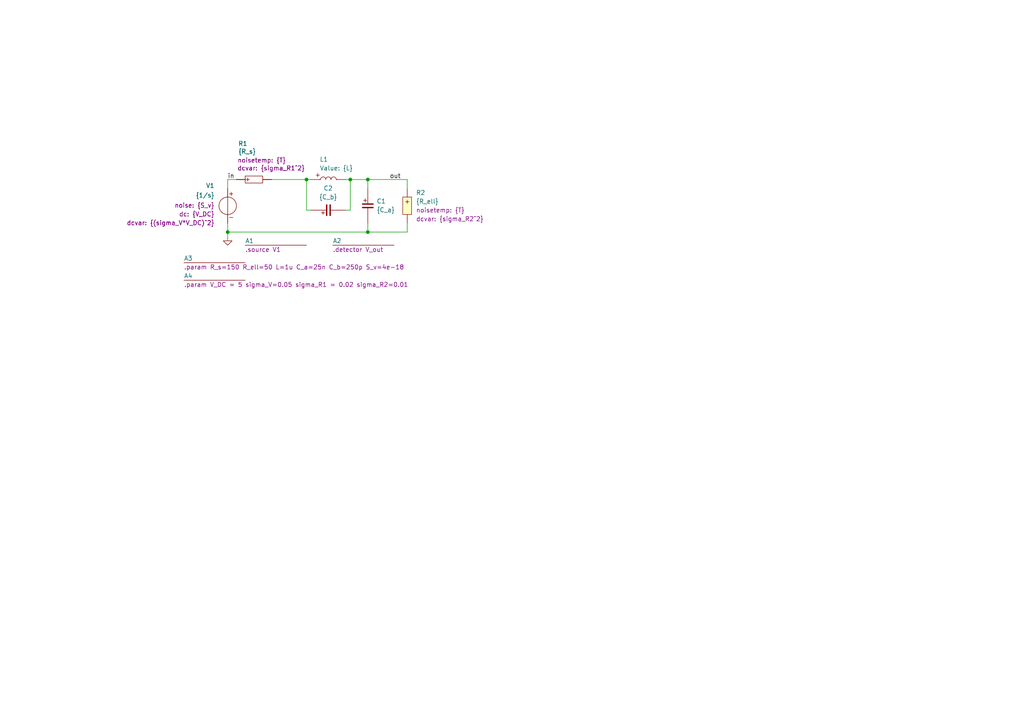
<source format=kicad_sch>
(kicad_sch (version 20250114) (generator "eeschema") (generator_version "9.0")
  (paper "A4")
  (title_block (title "myPassiveNetwork"))
  (lib_symbols
    (symbol "R_1" (pin_numbers (hide yes)) (pin_names (offset 1.016) (hide yes))
      (property "Reference" "R?" (at 1.905 3.81 0))
      (property "Value" "?" (at 1.905 1.905 0) (show_name))
      (property "noisetemp" "0" (at 1.905 0 0) (show_name))
      (property "noiseflow" "0" (at 15.24 0 0) (show_name))
      (property "dcvar" "0" (at 1.905 -1.905 0) (show_name))
      (property "dcvarlot" "0" (at 15.24 -1.905 0) (show_name))
      (symbol "R_1_0_0"
        (text "+" (at 0 1.27 0) (effects (font (size 1.27 1.27))))
      )
      (symbol "R_1_1_0"
        (pin passive line (at 0 5.08 270) (length 2.54) (name "1") (number "1"))
        (pin passive line (at 0 -5.08 90) (length 2.54) (name "2") (number "2"))
      )
      (symbol "R_1_1_1"
        (rectangle (start -1.27 2.54) (end 1.27 -2.54) (fill (type background)))
      )
    )
    (symbol "SLiCAP:C" (pin_numbers (hide yes)) (pin_names (offset 1.016) (hide yes))
      (property "Reference" "C?" (at 13.97 3.81 0))
      (property "Value" "{C}" (at 12.7 1.27 0) (show_name))
      (property "vinit" "0" (at 16.51 -1.27 0) (show_name))
      (symbol "C_0_0"
        (text "+" (at 9.398 1.651 0) (effects (font (size 1.27 1.27))))
        (pin passive line (at 10.16 5.08 270) (length 2.54) (name "2") (number "2"))
        (pin passive line (at 10.16 -5.08 90) (length 2.54) (name "1") (number "1"))
      )
      (symbol "C_0_1"
        (polyline (pts (xy 8.636 0.508) (xy 11.684 0.508)) (stroke (width 0.381)))
        (polyline (pts (xy 8.636 -0.508) (xy 11.684 -0.508)) (stroke (width 0.381)))
        (polyline (pts (xy 10.16 2.54) (xy 10.16 0.508)))
        (polyline (pts (xy 10.16 -2.54) (xy 10.16 -0.508)))
      )
    )
    (symbol "SLiCAP:Command" (pin_numbers (hide yes)) (pin_names (offset 0) (hide yes))
      (property "Reference" "A?" (at 0 1.27 0))
      (property "command" "?" (at 0 -1.905 0))
      (symbol "Command_0_1"
        (polyline (pts (xy 0 0) (xy 17.78 0)))
      )
    )
    (symbol "SLiCAP:L" (pin_numbers (hide yes)) (pin_names (offset 1.016) (hide yes))
      (property "Reference" "L?" (at 2.54 3.81 0))
      (property "Value" "?" (at 2.54 1.27 0) (show_name))
      (property "iinit" "0" (at 5.715 -1.27 0) (show_name))
      (symbol "L_0_0"
        (text "+" (at 1.27 3.175 0) (effects (font (size 1.27 1.27))))
      )
      (symbol "L_0_1"
        (arc (start 0 2.286) (mid 0.759 1.524) (end 0 0.762))
        (arc (start 0 0.762) (mid 0.759 0) (end 0 -0.762))
        (arc (start 0 -0.762) (mid 0.759 -1.524) (end 0 -2.286))
        (polyline (pts (xy 0 2.286) (xy 0 2.54)))
        (polyline (pts (xy 0 -2.54) (xy 0 -2.286)))
      )
      (symbol "L_1_0"
        (pin passive line (at 0 5.08 270) (length 2.54) (name "1") (number "1"))
        (pin passive line (at 0 -5.08 90) (length 2.54) (name "2") (number "2"))
      )
    )
    (symbol "SLiCAP:R" (pin_numbers (hide yes)) (pin_names (offset 1.016) (hide yes))
      (property "Reference" "R?" (at 12.065 3.81 0))
      (property "Value" "{R}" (at 12.065 1.905 0) (show_name))
      (property "noisetemp" "0" (at 12.065 0 0) (show_name))
      (property "noiseflow" "0" (at 25.4 0 0) (show_name))
      (property "dcvar" "0" (at 12.065 -1.905 0) (show_name))
      (property "dcvarlot" "0" (at 25.4 -1.905 0) (show_name))
      (symbol "R_0_0"
        (text "+" (at 10.16 1.905 0) (effects (font (size 1.27 1.27))))
        (pin passive line (at 10.16 5.08 270) (length 2.54) (name "2") (number "2"))
        (pin passive line (at 10.16 -5.08 90) (length 2.54) (name "1") (number "1"))
      )
      (symbol "R_0_1"
        (rectangle (start 9.144 2.54) (end 11.176 -2.54))
      )
    )
    (symbol "SLiCAP:V" (pin_numbers (hide yes)) (pin_names (offset 0) (hide yes))
      (property "Reference" "V?" (at 3.175 4.445 0))
      (property "Value" "{V}" (at 3.175 2.54 0) (show_name))
      (property "noise" "0" (at 3.175 -3.175 0) (show_name))
      (property "dc" "0" (at 3.175 0.635 0) (show_name))
      (property "dcvar" "0" (at 3.175 -1.27 0) (show_name))
      (symbol "V_0_0"
        (circle (center 0 0) (radius 2.54))
        (text "+" (at -1.016 3.556 0) (effects (font (size 1.27 1.27))))
        (text "-" (at -1.016 -3.302 0) (effects (font (size 1.27 1.27))))
        (pin power_out line (at 0 5.08 270) (length 2.54) (name "p") (number "1"))
        (pin power_out line (at 0 -5.08 90) (length 2.54) (name "n") (number "2"))
      )
      (symbol "V_0_1"
        (polyline (pts (xy 0 2.54) (xy 0 -2.54)))
      )
    )
    (symbol "Simulation_SPICE:0" (power) (pin_names (offset 0))
      (property "Value" "0" (at 0 -1.778 0))
      (symbol "0_0_1"
        (polyline (pts (xy -1.27 0) (xy 0 -1.27) (xy 1.27 0) (xy -1.27 0)))
      )
      (symbol "0_1_1"
        (pin power_in line (at 0 0 0) (length 0) (hide yes) (name "0") (number "1"))
      )
    )
  )
  (junction (at 101.6 52.07))
  (junction (at 88.9 52.07))
  (junction (at 106.68 67.31))
  (junction (at 106.68 52.07))
  (junction (at 66.04 67.31))
  (wire (pts (xy 106.68 67.31) (xy 118.11 67.31)))
  (wire (pts (xy 101.6 52.07) (xy 101.6 60.96)))
  (wire (pts (xy 101.6 60.96) (xy 100.33 60.96)))
  (wire (pts (xy 106.68 64.77) (xy 106.68 67.31)))
  (wire (pts (xy 118.11 54.61) (xy 118.11 52.07)))
  (wire (pts (xy 88.9 60.96) (xy 90.17 60.96)))
  (wire (pts (xy 106.68 52.07) (xy 118.11 52.07)))
  (wire (pts (xy 106.68 54.61) (xy 106.68 52.07)))
  (wire (pts (xy 101.6 52.07) (xy 106.68 52.07)))
  (wire (pts (xy 88.9 52.07) (xy 90.17 52.07)))
  (wire (pts (xy 66.04 67.31) (xy 106.68 67.31)))
  (wire (pts (xy 88.9 52.07) (xy 88.9 60.96)))
  (wire (pts (xy 66.04 52.07) (xy 66.04 54.61)))
  (wire (pts (xy 100.33 52.07) (xy 101.6 52.07)))
  (wire (pts (xy 66.04 64.77) (xy 66.04 67.31)))
  (wire (pts (xy 66.04 67.31) (xy 66.04 69.85)))
  (wire (pts (xy 68.58 52.07) (xy 66.04 52.07)))
  (wire (pts (xy 118.11 64.77) (xy 118.11 67.31)))
  (wire (pts (xy 78.74 52.07) (xy 88.9 52.07)))
  (label "in" (at 66.04 52.07 0))
  (label "out" (at 113.03 52.07 0))
  (symbol (lib_id "SLiCAP:C") (at 95.25 71.12 90) (unit 1)
    (property "Reference" "C2" (at 95.1837 54.61 90))
    (property "Value" "{C_b}" (at 95.1837 57.15 90))
    (property "model" "C" (effects (hide yes)))
    (property "vinit" "0" (effects (hide yes)))
  )
  (symbol (lib_id "SLiCAP:Command") (at 96.52 71.12 0) (unit 1)
    (property "Reference" "A2" (at 96.52 69.85 0) (effects (justify left)))
    (property "command" ".detector V_out" (at 96.52 72.39 0) (effects (justify left)))
  )
  (symbol (lib_id "SLiCAP:V") (at 66.04 59.69 0) (mirror y) (unit 1)
    (property "Reference" "V1" (at 62.23 53.848 0) (effects (justify left)))
    (property "Value" "{1/s}" (at 62.23 56.642 0) (effects (justify left)))
    (property "noise" "{S_v}" (at 62.23 59.563 0) (show_name yes) (effects (justify left)))
    (property "dc" "{V_DC}" (at 62.23 62.103 0) (show_name yes) (effects (justify left)))
    (property "dcvar" "{(sigma_V*V_DC)^2}" (at 62.23 64.643 0) (show_name yes) (effects (justify left)))
    (property "model" "V" (effects (hide yes)))
  )
  (symbol (lib_id "SLiCAP:C") (at 96.52 59.69 0) (unit 1)
    (property "Reference" "C1" (at 109.22 58.3536 0) (effects (justify left)))
    (property "Value" "{C_a}" (at 109.22 60.8936 0) (effects (justify left)))
    (property "model" "C" (effects (hide yes)))
    (property "vinit" "0" (effects (hide yes)))
  )
  (symbol (lib_id "Simulation_SPICE:0") (at 66.04 69.85 0) (unit 1)
    (property "Reference" "#GND01" (effects (hide yes)))
    (property "Value" "0" (effects (hide yes)))
  )
  (symbol (lib_id "SLiCAP:Command") (at 71.12 71.12 0) (unit 1)
    (property "Reference" "A1" (at 71.12 69.85 0) (effects (justify left)))
    (property "command" ".source V1" (at 71.12 72.39 0) (effects (justify left)))
  )
  (symbol (lib_id "SLiCAP:Command") (at 53.34 81.28 0) (unit 1)
    (property "Reference" "A4" (at 53.34 80.01 0) (effects (justify left)))
    (property "command" ".param V_DC = 5 sigma_V=0.05 sigma_R1 = 0.02 sigma_R2=0.01" (at 53.34 82.55 0) (effects (justify left)))
  )
  (symbol (lib_id "SLiCAP:Command") (at 53.34 76.2 0) (unit 1)
    (property "Reference" "A3" (at 53.34 74.93 0) (effects (justify left)))
    (property "command" ".param R_s=150 R_ell=50 L=1u C_a=25n C_b=250p S_v=4e-18" (at 53.34 77.47 0) (effects (justify left)))
  )
  (symbol (lib_id "SLiCAP:L") (at 95.25 52.07 90) (unit 1)
    (property "Reference" "L1" (at 92.71 46.228 90) (effects (justify right)))
    (property "Value" "{L}" (at 92.71 48.768 90) (show_name yes) (effects (justify right)))
    (property "Description" "Inductor" (effects (hide yes)))
    (property "model" "L" (effects (hide yes)))
    (property "iinit" "0" (effects (hide yes)))
  )
  (symbol (lib_id "SLiCAP:R") (at 73.66 62.23 90) (unit 1)
    (property "Reference" "R1" (at 69.088 41.656 90) (effects (justify right)))
    (property "Value" "{R_s}" (at 69.088 43.942 90) (effects (justify right)))
    (property "model" "R" (effects (hide yes)))
    (property "noisetemp" "{T}" (at 68.834 46.482 90) (show_name yes) (effects (justify right)))
    (property "noiseflow" "0" (effects (hide yes)))
    (property "dcvar" "{sigma_R1^2}" (at 68.834 48.768 90) (show_name yes) (effects (justify right)))
    (property "dcvarlot" "0" (effects (hide yes)))
  )
  (symbol (lib_name "R_1") (lib_id "SLiCAP:R") (at 118.11 59.69 0) (unit 1)
    (property "Reference" "R2" (at 120.65 55.88 0) (effects (justify left)))
    (property "Value" "{R_ell}" (at 120.65 58.42 0) (effects (justify left)))
    (property "Description" "Resistor (cannot have zero resistance)" (effects (hide yes)))
    (property "model" "R" (effects (hide yes)))
    (property "noisetemp" "{T}" (at 120.65 60.96 0) (show_name yes) (effects (justify left)))
    (property "noiseflow" "0" (effects (hide yes)))
    (property "dcvar" "{sigma_R2^2}" (at 120.65 63.4999 0) (show_name yes) (effects (justify left)))
    (property "dcvarlot" "0" (effects (hide yes)))
  )
)
</source>
